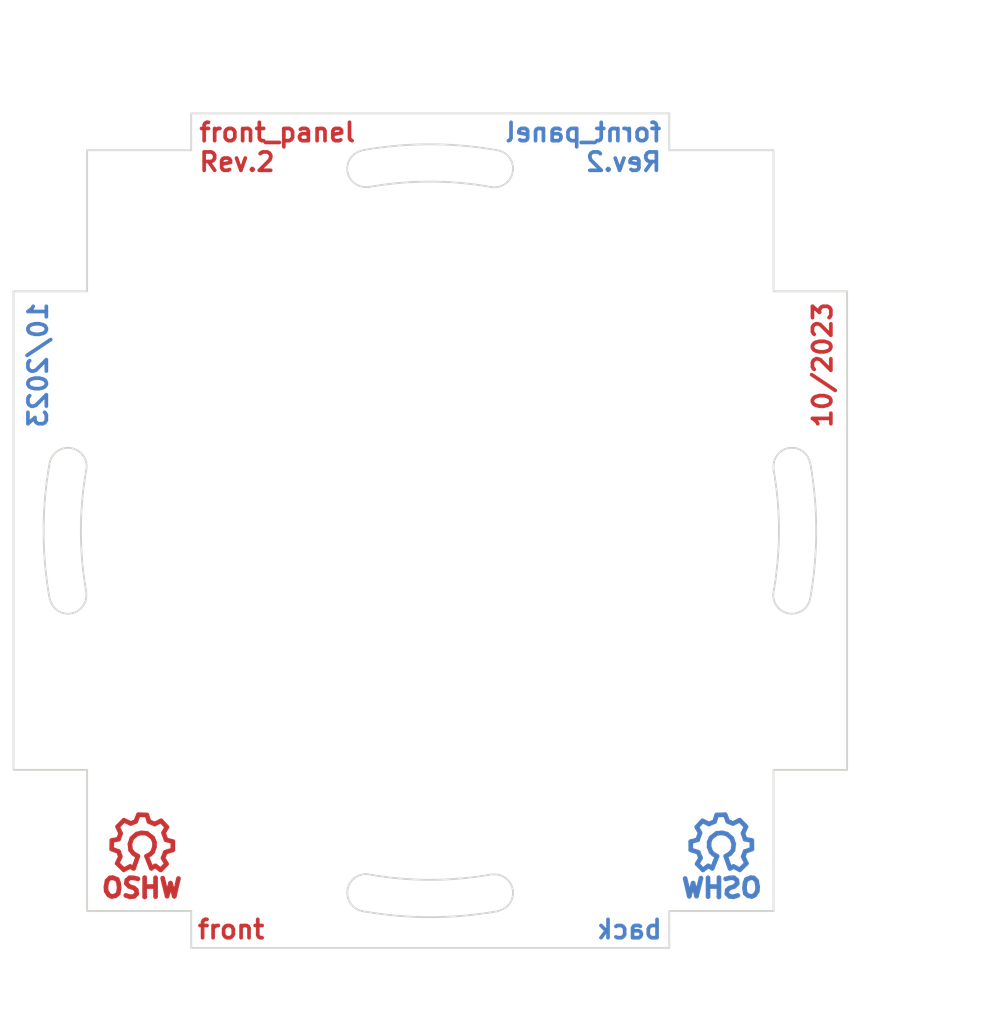
<source format=kicad_pcb>
(kicad_pcb (version 20211014) (generator pcbnew)
  (title_block (title "front_panel_for_60mm_wall_inlet") (date "2023-10-13") (rev "2") (company "KoeWiBa"))
  (layers (0 "F.Cu" signal) (31 "B.Cu" signal) (34 "B.Paste" user) (35 "F.Paste" user) (36 "B.SilkS" user "B.Silkscreen") (37 "F.SilkS" user "F.Silkscreen") (38 "B.Mask" user) (39 "F.Mask" user) (44 "Edge.Cuts" user))
  (net 0 "")
  (net 1 "Net-(C1-Pad1)")
  (net 2 "Net-(C1-Pad2)")
  (footprint "Symbol:Symbol_OSHW-Logo_Copper" (layer "F.Cu") (at 104 153.13005)
    (fp_text reference "LOGO1" hide)
    (fp_text value "Open Hardware" hide)
    (fp_line (start 1.06934 1.6891) (end 1.50876 2.0193) (layer "F.Cu") (width 0.381))
    (fp_line (start -0.94996 0.39878) (end -0.70104 0.70104) (layer "F.Cu") (width 0.381))
    (fp_line (start -1.50114 2.00914) (end -0.98044 1.7399) (layer "F.Cu") (width 0.381))
    (fp_line (start -2.47904 4.191) (end -2.16916 4.11988) (layer "F.Cu") (width 0.381))
    (fp_line (start -1.78054 0.92964) (end -2.03962 1.49098) (layer "F.Cu") (width 0.381))
    (fp_line (start -2.4892 0.32004) (end -1.9304 0.5207) (layer "F.Cu") (width 0.381))
    (fp_line (start -2.37998 2.64922) (end -2.6289 2.66954) (layer "F.Cu") (width 0.381))
    (fp_line (start -2.16916 4.11988) (end -1.95072 3.93954) (layer "F.Cu") (width 0.381))
    (fp_line (start -2.03962 2.78892) (end -2.4003 2.65938) (layer "F.Cu") (width 0.381))
    (fp_line (start -0.30988 -2.47904) (end -0.5207 -1.9304) (layer "F.Cu") (width 0.381))
    (fp_line (start -1.49098 -2.02946) (end -2.00914 -1.50114) (layer "F.Cu") (width 0.381))
    (fp_line (start 0.24892 3.38074) (end 1.03886 3.37058) (layer "F.Cu") (width 0.381))
    (fp_line (start 1.9812 1.52908) (end 1.69926 1.04902) (layer "F.Cu") (width 0.381))
    (fp_line (start 1.94056 -0.42926) (end 1.7399 -1.00076) (layer "F.Cu") (width 0.381))
    (fp_line (start -0.0508 -1.00076) (end -0.44958 -0.89916) (layer "F.Cu") (width 0.381))
    (fp_line (start 0.20066 2.64922) (end 0.20066 4.21894) (layer "F.Cu") (width 0.381))
    (fp_line (start 1.04902 3.38074) (end 1.04902 3.37058) (layer "F.Cu") (width 0.381))
    (fp_line (start 1.00076 0.14986) (end 1.00076 -0.24892) (layer "F.Cu") (width 0.381))
    (fp_line (start -2.00914 -1.50114) (end -1.76022 -0.96012) (layer "F.Cu") (width 0.381))
    (fp_line (start 2.30886 3.0988) (end 2.61874 4.17068) (layer "F.Cu") (width 0.381))
    (fp_line (start -0.98044 1.7399) (end -0.70104 1.89992) (layer "F.Cu") (width 0.381))
    (fp_line (start -0.5207 -1.9304) (end -0.9398 -1.76022) (layer "F.Cu") (width 0.381))
    (fp_line (start -2.6289 2.66954) (end -2.8702 2.91084) (layer "F.Cu") (width 0.381))
    (fp_line (start -0.70104 0.70104) (end -0.35052 0.89916) (layer "F.Cu") (width 0.381))
    (fp_line (start 1.88976 0.57912) (end 2.49936 0.39116) (layer "F.Cu") (width 0.381))
    (fp_line (start 0.20066 4.21894) (end 0.21082 4.20878) (layer "F.Cu") (width 0.381))
    (fp_line (start -0.70104 2.66954) (end -1.02108 2.65938) (layer "F.Cu") (width 0.381))
    (fp_line (start -0.8509 -0.55118) (end -1.00076 -0.09906) (layer "F.Cu") (width 0.381))
    (fp_line (start -0.6604 3.50012) (end -0.48006 3.66014) (layer "F.Cu") (width 0.381))
    (fp_line (start 0.8509 0.55118) (end 1.00076 0.14986) (layer "F.Cu") (width 0.381))
    (fp_line (start 0.39878 -0.94996) (end -0.0508 -1.00076) (layer "F.Cu") (width 0.381))
    (fp_line (start 1.66878 2.68986) (end 2.02946 4.16052) (layer "F.Cu") (width 0.381))
    (fp_line (start 1.53924 -1.9812) (end 1.02108 -1.71958) (layer "F.Cu") (width 0.381))
    (fp_line (start -0.43942 3.95986) (end -0.67056 4.18084) (layer "F.Cu") (width 0.381))
    (fp_line (start 2.00914 -1.47066) (end 1.53924 -1.9812) (layer "F.Cu") (width 0.381))
    (fp_line (start -0.48006 3.66014) (end -0.43942 3.95986) (layer "F.Cu") (width 0.381))
    (fp_line (start -2.7305 4.06908) (end -2.47904 4.191) (layer "F.Cu") (width 0.381))
    (fp_line (start -0.9906 4.20878) (end -1.34112 4.09956) (layer "F.Cu") (width 0.381))
    (fp_line (start 2.02946 4.16052) (end 2.30886 3.0988) (layer "F.Cu") (width 0.381))
    (fp_line (start 0.381 -2.46126) (end -0.30988 -2.47904) (layer "F.Cu") (width 0.381))
    (fp_line (start -0.44958 -0.89916) (end -0.8509 -0.55118) (layer "F.Cu") (width 0.381))
    (fp_line (start 1.02108 -1.71958) (end 0.55118 -1.92024) (layer "F.Cu") (width 0.381))
    (fp_line (start -1.00076 -0.09906) (end -0.94996 0.39878) (layer "F.Cu") (width 0.381))
    (fp_line (start -1.9304 0.5207) (end -1.7907 0.91948) (layer "F.Cu") (width 0.381))
    (fp_line (start -2.93116 3.74904) (end -2.7305 4.06908) (layer "F.Cu") (width 0.381))
    (fp_line (start 0.8509 -0.59944) (end 0.39878 -0.94996) (layer "F.Cu") (width 0.381))
    (fp_line (start 1.08966 2.65938) (end 1.08966 4.20116) (layer "F.Cu") (width 0.381))
    (fp_line (start 0.55118 -1.92024) (end 0.381 -2.46126) (layer "F.Cu") (width 0.381))
    (fp_line (start -2.47904 -0.381) (end -2.4892 0.32004) (layer "F.Cu") (width 0.381))
    (fp_line (start -1.9304 3.07086) (end -2.03962 2.78892) (layer "F.Cu") (width 0.381))
    (fp_line (start 1.69926 1.04902) (end 1.88976 0.57912) (layer "F.Cu") (width 0.381))
    (fp_line (start -1.9304 -0.48006) (end -2.47904 -0.381) (layer "F.Cu") (width 0.381))
    (fp_line (start 2.49936 -0.28956) (end 1.94056 -0.42926) (layer "F.Cu") (width 0.381))
    (fp_line (start 1.50876 2.0193) (end 1.9812 1.52908) (layer "F.Cu") (width 0.381))
    (fp_line (start -1.02108 2.65938) (end -1.25984 2.86004) (layer "F.Cu") (width 0.381))
    (fp_line (start -1.25984 2.86004) (end -1.29032 3.12928) (layer "F.Cu") (width 0.381))
    (fp_line (start 2.49936 0.39116) (end 2.49936 -0.28956) (layer "F.Cu") (width 0.381))
    (fp_line (start -0.35052 2.75082) (end -0.70104 2.66954) (layer "F.Cu") (width 0.381))
    (fp_line (start -0.67056 4.18084) (end -0.9906 4.20878) (layer "F.Cu") (width 0.381))
    (fp_line (start 1.00076 -0.24892) (end 0.8509 -0.59944) (layer "F.Cu") (width 0.381))
    (fp_line (start -1.76022 -0.96012) (end -1.9304 -0.48006) (layer "F.Cu") (width 0.381))
    (fp_line (start 0.65024 0.7493) (end 0.8509 0.55118) (layer "F.Cu") (width 0.381))
    (fp_line (start -0.9398 -1.76022) (end -1.49098 -2.02946) (layer "F.Cu") (width 0.381))
    (fp_line (start -1.29032 3.12928) (end -1.04902 3.37058) (layer "F.Cu") (width 0.381))
    (fp_line (start -1.8796 3.4798) (end -1.9304 3.07086) (layer "F.Cu") (width 0.381))
    (fp_line (start -0.35052 0.89916) (end -0.70104 1.89992) (layer "F.Cu") (width 0.381))
    (fp_line (start 2.61874 4.17068) (end 2.9591 2.72034) (layer "F.Cu") (width 0.381))
    (fp_line (start -1.95072 3.93954) (end -1.8796 3.4798) (layer "F.Cu") (width 0.381))
    (fp_line (start 0.35052 0.89916) (end 0.65024 0.7493) (layer "F.Cu") (width 0.381))
    (fp_line (start 0.73914 1.8796) (end 1.06934 1.6891) (layer "F.Cu") (width 0.381))
    (fp_line (start 1.03886 3.37058) (end 1.04902 3.38074) (layer "F.Cu") (width 0.381))
    (fp_line (start 1.7399 -1.00076) (end 2.00914 -1.47066) (layer "F.Cu") (width 0.381))
    (fp_line (start -1.04902 3.37058) (end -0.6604 3.50012) (layer "F.Cu") (width 0.381))
    (fp_line (start 0.35052 0.89916) (end 0.7493 1.89992) (layer "F.Cu") (width 0.381))
    (fp_line (start -2.8702 2.91084) (end -2.9591 3.40106) (layer "F.Cu") (width 0.381))
    (fp_line (start -2.9591 3.40106) (end -2.93116 3.74904) (layer "F.Cu") (width 0.381))
    (fp_line (start -2.03962 1.49098) (end -1.50114 2.00914) (layer "F.Cu") (width 0.381))
  )
  (footprint "Symbol:Symbol_OSHW-Logo_Copper" (layer "B.Cu") (at 151.25 153.13005 180)
    (fp_text reference "LOGO1" hide)
    (fp_text value "Open Hardware" hide)
    (fp_line (start -1.00076 0.09906) (end -0.94996 -0.39878) (layer "B.Cu") (width 0.381))
    (fp_line (start 1.03886 -3.37058) (end 1.04902 -3.38074) (layer "B.Cu") (width 0.381))
    (fp_line (start 2.49936 -0.39116) (end 2.49936 0.28956) (layer "B.Cu") (width 0.381))
    (fp_line (start 0.65024 -0.7493) (end 0.8509 -0.55118) (layer "B.Cu") (width 0.381))
    (fp_line (start 1.94056 0.42926) (end 1.7399 1.00076) (layer "B.Cu") (width 0.381))
    (fp_line (start -0.67056 -4.18084) (end -0.9906 -4.20878) (layer "B.Cu") (width 0.381))
    (fp_line (start 1.53924 1.9812) (end 1.02108 1.71958) (layer "B.Cu") (width 0.381))
    (fp_line (start -0.0508 1.00076) (end -0.44958 0.89916) (layer "B.Cu") (width 0.381))
    (fp_line (start -0.48006 -3.66014) (end -0.43942 -3.95986) (layer "B.Cu") (width 0.381))
    (fp_line (start 0.20066 -2.64922) (end 0.20066 -4.21894) (layer "B.Cu") (width 0.381))
    (fp_line (start -2.03962 -2.78892) (end -2.4003 -2.65938) (layer "B.Cu") (width 0.381))
    (fp_line (start 2.49936 0.28956) (end 1.94056 0.42926) (layer "B.Cu") (width 0.381))
    (fp_line (start -0.35052 -2.75082) (end -0.70104 -2.66954) (layer "B.Cu") (width 0.381))
    (fp_line (start -1.9304 -3.07086) (end -2.03962 -2.78892) (layer "B.Cu") (width 0.381))
    (fp_line (start 2.30886 -3.0988) (end 2.61874 -4.17068) (layer "B.Cu") (width 0.381))
    (fp_line (start 1.7399 1.00076) (end 2.00914 1.47066) (layer "B.Cu") (width 0.381))
    (fp_line (start 0.20066 -4.21894) (end 0.21082 -4.20878) (layer "B.Cu") (width 0.381))
    (fp_line (start -0.70104 -2.66954) (end -1.02108 -2.65938) (layer "B.Cu") (width 0.381))
    (fp_line (start -2.37998 -2.64922) (end -2.6289 -2.66954) (layer "B.Cu") (width 0.381))
    (fp_line (start -0.98044 -1.7399) (end -0.70104 -1.89992) (layer "B.Cu") (width 0.381))
    (fp_line (start -1.04902 -3.37058) (end -0.6604 -3.50012) (layer "B.Cu") (width 0.381))
    (fp_line (start -2.8702 -2.91084) (end -2.9591 -3.40106) (layer "B.Cu") (width 0.381))
    (fp_line (start 0.8509 -0.55118) (end 1.00076 -0.14986) (layer "B.Cu") (width 0.381))
    (fp_line (start -0.8509 0.55118) (end -1.00076 0.09906) (layer "B.Cu") (width 0.381))
    (fp_line (start 0.35052 -0.89916) (end 0.65024 -0.7493) (layer "B.Cu") (width 0.381))
    (fp_line (start 1.00076 0.24892) (end 0.8509 0.59944) (layer "B.Cu") (width 0.381))
    (fp_line (start 2.02946 -4.16052) (end 2.30886 -3.0988) (layer "B.Cu") (width 0.381))
    (fp_line (start 1.69926 -1.04902) (end 1.88976 -0.57912) (layer "B.Cu") (width 0.381))
    (fp_line (start -1.25984 -2.86004) (end -1.29032 -3.12928) (layer "B.Cu") (width 0.381))
    (fp_line (start -0.5207 1.9304) (end -0.9398 1.76022) (layer "B.Cu") (width 0.381))
    (fp_line (start 1.08966 -2.65938) (end 1.08966 -4.20116) (layer "B.Cu") (width 0.381))
    (fp_line (start -1.76022 0.96012) (end -1.9304 0.48006) (layer "B.Cu") (width 0.381))
    (fp_line (start -2.47904 0.381) (end -2.4892 -0.32004) (layer "B.Cu") (width 0.381))
    (fp_line (start 0.35052 -0.89916) (end 0.7493 -1.89992) (layer "B.Cu") (width 0.381))
    (fp_line (start -1.9304 -0.5207) (end -1.7907 -0.91948) (layer "B.Cu") (width 0.381))
    (fp_line (start -1.02108 -2.65938) (end -1.25984 -2.86004) (layer "B.Cu") (width 0.381))
    (fp_line (start -0.43942 -3.95986) (end -0.67056 -4.18084) (layer "B.Cu") (width 0.381))
    (fp_line (start -0.70104 -0.70104) (end -0.35052 -0.89916) (layer "B.Cu") (width 0.381))
    (fp_line (start -2.6289 -2.66954) (end -2.8702 -2.91084) (layer "B.Cu") (width 0.381))
    (fp_line (start 0.55118 1.92024) (end 0.381 2.46126) (layer "B.Cu") (width 0.381))
    (fp_line (start 0.39878 0.94996) (end -0.0508 1.00076) (layer "B.Cu") (width 0.381))
    (fp_line (start -0.35052 -0.89916) (end -0.70104 -1.89992) (layer "B.Cu") (width 0.381))
    (fp_line (start -1.50114 -2.00914) (end -0.98044 -1.7399) (layer "B.Cu") (width 0.381))
    (fp_line (start -1.29032 -3.12928) (end -1.04902 -3.37058) (layer "B.Cu") (width 0.381))
    (fp_line (start 1.88976 -0.57912) (end 2.49936 -0.39116) (layer "B.Cu") (width 0.381))
    (fp_line (start 2.61874 -4.17068) (end 2.9591 -2.72034) (layer "B.Cu") (width 0.381))
    (fp_line (start -0.9906 -4.20878) (end -1.34112 -4.09956) (layer "B.Cu") (width 0.381))
    (fp_line (start -2.00914 1.50114) (end -1.76022 0.96012) (layer "B.Cu") (width 0.381))
    (fp_line (start -1.49098 2.02946) (end -2.00914 1.50114) (layer "B.Cu") (width 0.381))
    (fp_line (start 1.50876 -2.0193) (end 1.9812 -1.52908) (layer "B.Cu") (width 0.381))
    (fp_line (start 2.00914 1.47066) (end 1.53924 1.9812) (layer "B.Cu") (width 0.381))
    (fp_line (start -0.6604 -3.50012) (end -0.48006 -3.66014) (layer "B.Cu") (width 0.381))
    (fp_line (start -0.44958 0.89916) (end -0.8509 0.55118) (layer "B.Cu") (width 0.381))
    (fp_line (start -2.16916 -4.11988) (end -1.95072 -3.93954) (layer "B.Cu") (width 0.381))
    (fp_line (start 1.66878 -2.68986) (end 2.02946 -4.16052) (layer "B.Cu") (width 0.381))
    (fp_line (start -0.9398 1.76022) (end -1.49098 2.02946) (layer "B.Cu") (width 0.381))
    (fp_line (start -2.93116 -3.74904) (end -2.7305 -4.06908) (layer "B.Cu") (width 0.381))
    (fp_line (start 0.24892 -3.38074) (end 1.03886 -3.37058) (layer "B.Cu") (width 0.381))
    (fp_line (start 1.04902 -3.38074) (end 1.04902 -3.37058) (layer "B.Cu") (width 0.381))
    (fp_line (start -2.03962 -1.49098) (end -1.50114 -2.00914) (layer "B.Cu") (width 0.381))
    (fp_line (start -0.30988 2.47904) (end -0.5207 1.9304) (layer "B.Cu") (width 0.381))
    (fp_line (start -1.95072 -3.93954) (end -1.8796 -3.4798) (layer "B.Cu") (width 0.381))
    (fp_line (start 0.8509 0.59944) (end 0.39878 0.94996) (layer "B.Cu") (width 0.381))
    (fp_line (start -1.8796 -3.4798) (end -1.9304 -3.07086) (layer "B.Cu") (width 0.381))
    (fp_line (start 1.06934 -1.6891) (end 1.50876 -2.0193) (layer "B.Cu") (width 0.381))
    (fp_line (start -0.94996 -0.39878) (end -0.70104 -0.70104) (layer "B.Cu") (width 0.381))
    (fp_line (start 1.9812 -1.52908) (end 1.69926 -1.04902) (layer "B.Cu") (width 0.381))
    (fp_line (start -1.9304 0.48006) (end -2.47904 0.381) (layer "B.Cu") (width 0.381))
    (fp_line (start -1.78054 -0.92964) (end -2.03962 -1.49098) (layer "B.Cu") (width 0.381))
    (fp_line (start -2.47904 -4.191) (end -2.16916 -4.11988) (layer "B.Cu") (width 0.381))
    (fp_line (start -2.4892 -0.32004) (end -1.9304 -0.5207) (layer "B.Cu") (width 0.381))
    (fp_line (start 0.381 2.46126) (end -0.30988 2.47904) (layer "B.Cu") (width 0.381))
    (fp_line (start -2.9591 -3.40106) (end -2.93116 -3.74904) (layer "B.Cu") (width 0.381))
    (fp_line (start 0.73914 -1.8796) (end 1.06934 -1.6891) (layer "B.Cu") (width 0.381))
    (fp_line (start -2.7305 -4.06908) (end -2.47904 -4.191) (layer "B.Cu") (width 0.381))
    (fp_line (start 1.00076 -0.14986) (end 1.00076 0.24892) (layer "B.Cu") (width 0.381))
    (fp_line (start 1.02108 1.71958) (end 0.55118 1.92024) (layer "B.Cu") (width 0.381))
  )
  (gr_line (start 99.442917 132.772166) (end 99.442917 132.522166) (layer "Edge.Cuts") (width 0.15))
  (gr_line (start 155.5 122.25) (end 155.5 122.5) (layer "Edge.Cuts") (width 0.15))
  (gr_line (start 108 161.5) (end 108 158.5) (layer "Edge.Cuts") (width 0.15))
  (gr_line (start 133.224342 158.438903) (end 133 158.515877) (layer "Edge.Cuts") (width 0.15))
  (gr_line (start 132.75 155.515878) (end 132.5 155.515878) (layer "Edge.Cuts") (width 0.15))
  (gr_arc (start 96.442918 133.022166) (mid 95.958795 127.522166) (end 96.442918 122.022166) (layer "Edge.Cuts") (width 0.15))
  (gr_line (start 147 158.5) (end 147 161.5) (layer "Edge.Cuts") (width 0.15))
  (gr_arc (start 99.442917 132.522166) (mid 98.999699 127.499972) (end 99.449561 122.478369) (layer "Edge.Cuts") (width 0.15))
  (gr_line (start 93.5 147) (end 99.5 147) (layer "Edge.Cuts") (width 0.15))
  (gr_arc (start 99.442917 132.772166) (mid 98.183191 134.252797) (end 96.519892 133.246508) (layer "Edge.Cuts") (width 0.15))
  (gr_line (start 99.5 158.5) (end 108 158.5) (layer "Edge.Cuts") (width 0.15))
  (gr_line (start 99.5 108) (end 93.5 108) (layer "Edge.Cuts") (width 0.15))
  (gr_line (start 147 96.5) (end 155.5 96.5) (layer "Edge.Cuts") (width 0.15))
  (gr_line (start 108 96.5) (end 99.5 96.5) (layer "Edge.Cuts") (width 0.15))
  (gr_line (start 147 158.5) (end 155.5 158.5) (layer "Edge.Cuts") (width 0.15))
  (gr_arc (start 132.977834 96.5) (mid 134.231803 98.228794) (end 132.521469 99.507826) (layer "Edge.Cuts") (width 0.15))
  (gr_arc (start 121.977834 96.5) (mid 127.477834 96.015877) (end 132.977834 96.5) (layer "Edge.Cuts") (width 0.15))
  (gr_arc (start 155.5 122.5) (mid 155.943217 127.522194) (end 155.493356 132.543797) (layer "Edge.Cuts") (width 0.15))
  (gr_line (start 99.5 96.5) (end 99.5 108) (layer "Edge.Cuts") (width 0.15))
  (gr_arc (start 132.5 155.515878) (mid 127.477806 155.959096) (end 122.456203 155.509234) (layer "Edge.Cuts") (width 0.15))
  (gr_line (start 121.753492 96.576974) (end 121.977834 96.5) (layer "Edge.Cuts") (width 0.15))
  (gr_arc (start 122 158.515876) (mid 120.74652 156.787752) (end 122.456203 155.509234) (layer "Edge.Cuts") (width 0.15))
  (gr_arc (start 133 158.515877) (mid 127.5 159) (end 122 158.515877) (layer "Edge.Cuts") (width 0.15))
  (gr_line (start 99.5 158.5) (end 99.5 147) (layer "Edge.Cuts") (width 0.15))
  (gr_arc (start 96.442919 122.022166) (mid 98.171043 120.768686) (end 99.449561 122.478369) (layer "Edge.Cuts") (width 0.15))
  (gr_line (start 161.5 147) (end 155.5 147) (layer "Edge.Cuts") (width 0.15))
  (gr_arc (start 122.227834 99.499999) (mid 120.747203 98.240273) (end 121.753492 96.576974) (layer "Edge.Cuts") (width 0.15))
  (gr_line (start 108 93.5) (end 147 93.5) (layer "Edge.Cuts") (width 0.15))
  (gr_arc (start 158.499998 133) (mid 156.771874 134.25348) (end 155.493356 132.543797) (layer "Edge.Cuts") (width 0.15))
  (gr_arc (start 158.499999 122) (mid 158.984122 127.5) (end 158.499999 133) (layer "Edge.Cuts") (width 0.15))
  (gr_line (start 155.5 147) (end 155.5 158.5) (layer "Edge.Cuts") (width 0.15))
  (gr_line (start 108 161.5) (end 147 161.5) (layer "Edge.Cuts") (width 0.15))
  (gr_line (start 122.227834 99.499999) (end 122.477834 99.499999) (layer "Edge.Cuts") (width 0.15))
  (gr_line (start 161.5 108) (end 161.5 147) (layer "Edge.Cuts") (width 0.15))
  (gr_line (start 93.5 108) (end 93.5 147) (layer "Edge.Cuts") (width 0.15))
  (gr_arc (start 132.75 155.515878) (mid 134.230631 156.775604) (end 133.224342 158.438903) (layer "Edge.Cuts") (width 0.15))
  (gr_line (start 96.519892 133.246508) (end 96.442918 133.022166) (layer "Edge.Cuts") (width 0.15))
  (gr_line (start 158.423025 121.775658) (end 158.499999 122) (layer "Edge.Cuts") (width 0.15))
  (gr_arc (start 122.477834 99.499999) (mid 127.5 99.057082) (end 132.521469 99.507826) (layer "Edge.Cuts") (width 0.15))
  (gr_line (start 161.5 108) (end 155.5 108) (layer "Edge.Cuts") (width 0.15))
  (gr_arc (start 155.5 122.25) (mid 156.759726 120.769369) (end 158.423025 121.775658) (layer "Edge.Cuts") (width 0.15))
  (gr_line (start 108 93.5) (end 108 96.5) (layer "Edge.Cuts") (width 0.15))
  (gr_line (start 147 96.5) (end 147 93.5) (layer "Edge.Cuts") (width 0.15))
  (gr_line (start 155.5 108) (end 155.5 96.5) (layer "Edge.Cuts") (width 0.15))
  (gr_text "front_panel\nRev.2" (at 108.5 96.25) (layer "F.Cu") (effects (font (size 1.5 1.5) (thickness 0.3)) (justify left)))
  (gr_text "10/2023" (at 159.5 114 90) (layer "F.Cu") (effects (font (size 1.5 1.5) (thickness 0.3))))
  (gr_text "front" (at 111.25 160) (layer "F.Cu") (effects (font (size 1.5 1.5) (thickness 0.3))))
  (gr_text "10/2023" (at 95.5 114 90) (layer "B.Cu") (effects (font (size 1.5 1.5) (thickness 0.3)) (justify mirror)))
  (gr_text "fornt_panel\nRev.2" (at 146.5 96.25) (layer "B.Cu") (effects (font (size 1.5 1.5) (thickness 0.3)) (justify left mirror)))
  (gr_text "back" (at 143.75 160) (layer "B.Cu") (effects (font (size 1.5 1.5) (thickness 0.3)) (justify mirror)))
)
</source>
